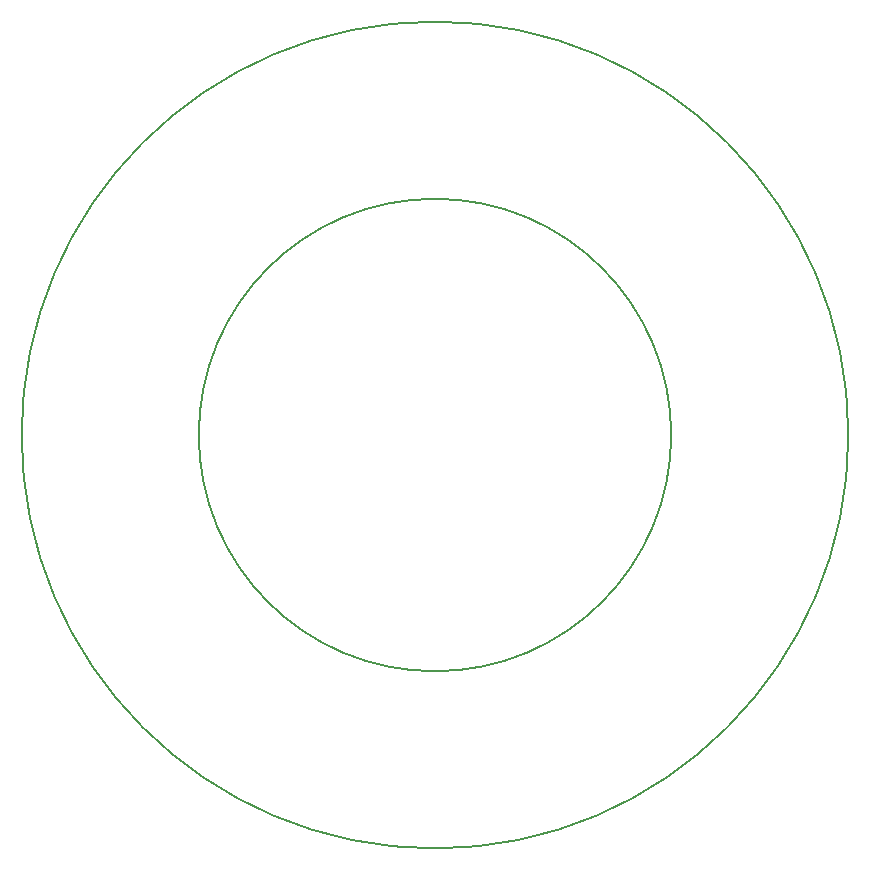
<source format=gm1>
G04 #@! TF.GenerationSoftware,KiCad,Pcbnew,(5.1.9)-1*
G04 #@! TF.CreationDate,2021-10-29T13:55:56-03:00*
G04 #@! TF.ProjectId,RG_Led_ring,52475f4c-6564-45f7-9269-6e672e6b6963,rev?*
G04 #@! TF.SameCoordinates,Original*
G04 #@! TF.FileFunction,Profile,NP*
%FSLAX46Y46*%
G04 Gerber Fmt 4.6, Leading zero omitted, Abs format (unit mm)*
G04 Created by KiCad (PCBNEW (5.1.9)-1) date 2021-10-29 13:55:56*
%MOMM*%
%LPD*%
G01*
G04 APERTURE LIST*
G04 #@! TA.AperFunction,Profile*
%ADD10C,0.150000*%
G04 #@! TD*
G04 APERTURE END LIST*
D10*
X185000000Y-100000000D02*
G75*
G03*
X185000000Y-100000000I-35000000J0D01*
G01*
X170000000Y-100000000D02*
G75*
G03*
X170000000Y-100000000I-20000000J0D01*
G01*
M02*

</source>
